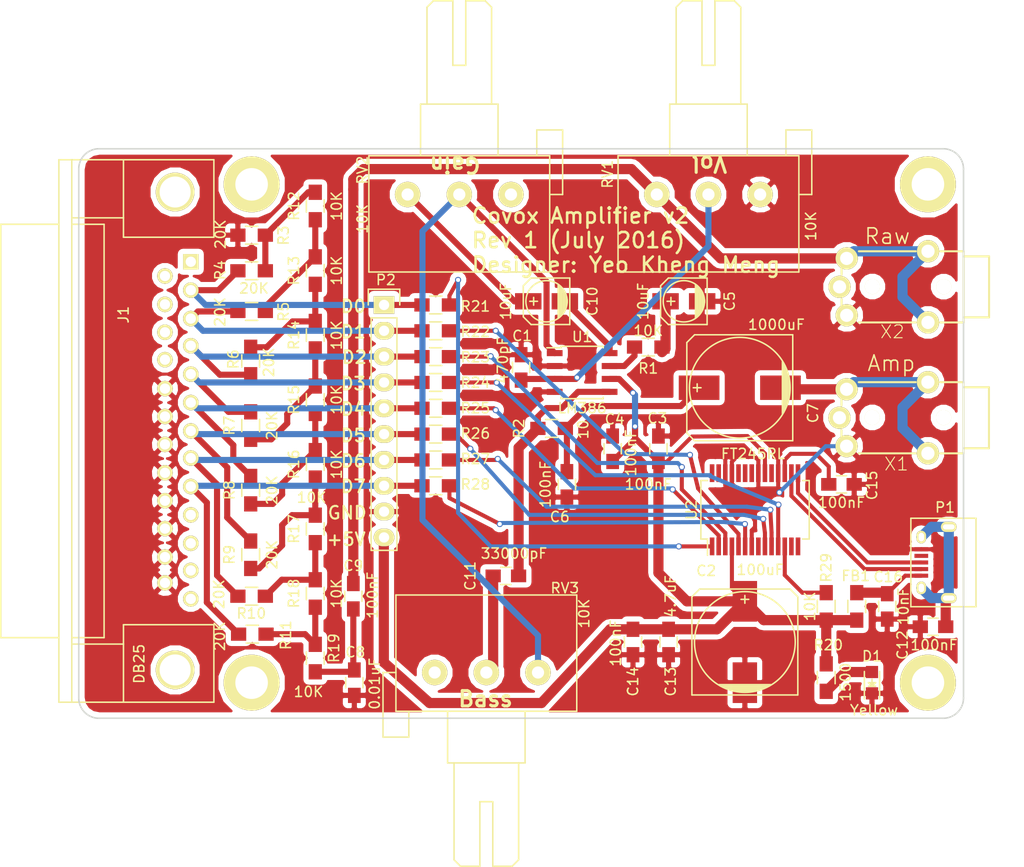
<source format=kicad_pcb>
(kicad_pcb (version 4) (host pcbnew 4.0.2-stable)
  (title_block (title "Covox with Amplifier v2") (date 2016-07-25) (rev 1) (comment 1 "Designed by Yeo Kheng Meng"))
  (layers (0 F.Cu signal) (31 B.Cu signal) (34 B.Paste user) (35 F.Paste user) (36 B.SilkS user) (37 F.SilkS user) (38 B.Mask user) (39 F.Mask user) (44 Edge.Cuts user))
  (net 0 "")
  (net 1 GND)
  (net 2 Input+)
  (net 3 +5V)
  (net 4 "Net-(C5-Pad1)")
  (net 5 "Net-(C6-Pad1)")
  (net 6 Amp-Audio)
  (net 7 "Net-(C8-Pad1)")
  (net 8 Source-Audio)
  (net 9 "Net-(C10-Pad1)")
  (net 10 Gain8)
  (net 11 Vout)
  (net 12 "Net-(C11-Pad2)")
  (net 13 Data7)
  (net 14 Data6)
  (net 15 Data5)
  (net 16 Data4)
  (net 17 Data3)
  (net 18 Data2)
  (net 19 Data1)
  (net 20 Data0)
  (net 21 "Net-(R1-Pad2)")
  (net 22 "Net-(R12-Pad2)")
  (net 23 "Net-(R12-Pad1)")
  (net 24 "Net-(R13-Pad1)")
  (net 25 "Net-(R14-Pad1)")
  (net 26 "Net-(R15-Pad1)")
  (net 27 "Net-(R16-Pad1)")
  (net 28 "Net-(R10-Pad1)")
  (net 29 "Net-(R11-Pad1)")
  (net 30 Gain1)
  (net 31 "Net-(D1-Pad2)")
  (net 32 "Net-(C12-Pad2)")
  (net 33 "Net-(C15-Pad1)")
  (net 34 "Net-(C16-Pad1)")
  (net 35 USB_D-)
  (net 36 USB_D+)
  (net 37 "Net-(R21-Pad2)")
  (net 38 "Net-(R22-Pad2)")
  (net 39 "Net-(R23-Pad2)")
  (net 40 "Net-(R24-Pad2)")
  (net 41 "Net-(R25-Pad2)")
  (net 42 "Net-(R26-Pad2)")
  (net 43 "Net-(R27-Pad2)")
  (net 44 "Net-(R28-Pad2)")
  (net 45 "Net-(R29-Pad2)")
  (module Housings_SSOP:SSOP-28_5.3x10.2mm_Pitch0.65mm (layer F.Cu) (at 169.5 121.5 90)
    (fp_text reference U2 (at 0 -6.25 90) (layer F.SilkS))
    (fp_text value FT245RL (at 5.5 -0.2 180) (layer F.SilkS))
    (pad 1 smd rect (at -3.6 -4.225 90) (size 1.75 0.45) (layers F.Cu F.Paste F.Mask) (net 37 "Net-(R21-Pad2)"))
    (pad 2 smd rect (at -3.6 -3.575 90) (size 1.75 0.45) (layers F.Cu F.Paste F.Mask) (net 41 "Net-(R25-Pad2)"))
    (pad 3 smd rect (at -3.6 -2.925 90) (size 1.75 0.45) (layers F.Cu F.Paste F.Mask) (net 39 "Net-(R23-Pad2)"))
    (pad 4 smd rect (at -3.6 -2.275 90) (size 1.75 0.45) (layers F.Cu F.Paste F.Mask) (net 3 +5V))
    (pad 5 smd rect (at -3.6 -1.625 90) (size 1.75 0.45) (layers F.Cu F.Paste F.Mask) (net 38 "Net-(R22-Pad2)"))
    (pad 6 smd rect (at -3.6 -0.975 90) (size 1.75 0.45) (layers F.Cu F.Paste F.Mask) (net 44 "Net-(R28-Pad2)"))
    (pad 7 smd rect (at -3.6 -0.325 90) (size 1.75 0.45) (layers F.Cu F.Paste F.Mask) (net 1 GND))
    (pad 8 smd rect (at -3.6 0.325 90) (size 1.75 0.45) (layers F.Cu F.Paste F.Mask))
    (pad 9 smd rect (at -3.6 0.975 90) (size 1.75 0.45) (layers F.Cu F.Paste F.Mask) (net 42 "Net-(R26-Pad2)"))
    (pad 10 smd rect (at -3.6 1.625 90) (size 1.75 0.45) (layers F.Cu F.Paste F.Mask) (net 43 "Net-(R27-Pad2)"))
    (pad 11 smd rect (at -3.6 2.275 90) (size 1.75 0.45) (layers F.Cu F.Paste F.Mask) (net 40 "Net-(R24-Pad2)"))
    (pad 12 smd rect (at -3.6 2.925 90) (size 1.75 0.45) (layers F.Cu F.Paste F.Mask) (net 45 "Net-(R29-Pad2)"))
    (pad 13 smd rect (at -3.6 3.575 90) (size 1.75 0.45) (layers F.Cu F.Paste F.Mask))
    (pad 14 smd rect (at -3.6 4.225 90) (size 1.75 0.45) (layers F.Cu F.Paste F.Mask))
    (pad 15 smd rect (at 3.6 4.225 90) (size 1.75 0.45) (layers F.Cu F.Paste F.Mask) (net 36 USB_D+))
    (pad 16 smd rect (at 3.6 3.575 90) (size 1.75 0.45) (layers F.Cu F.Paste F.Mask) (net 35 USB_D-))
    (pad 17 smd rect (at 3.6 2.925 90) (size 1.75 0.45) (layers F.Cu F.Paste F.Mask) (net 33 "Net-(C15-Pad1)"))
    (pad 18 smd rect (at 3.6 2.275 90) (size 1.75 0.45) (layers F.Cu F.Paste F.Mask) (net 1 GND))
    (pad 19 smd rect (at 3.6 1.625 90) (size 1.75 0.45) (layers F.Cu F.Paste F.Mask))
    (pad 20 smd rect (at 3.6 0.975 90) (size 1.75 0.45) (layers F.Cu F.Paste F.Mask) (net 3 +5V))
    (pad 21 smd rect (at 3.6 0.325 90) (size 1.75 0.45) (layers F.Cu F.Paste F.Mask) (net 1 GND))
    (pad 22 smd rect (at 3.6 -0.325 90) (size 1.75 0.45) (layers F.Cu F.Paste F.Mask))
    (pad 23 smd rect (at 3.6 -0.975 90) (size 1.75 0.45) (layers F.Cu F.Paste F.Mask))
    (pad 24 smd rect (at 3.6 -1.625 90) (size 1.75 0.45) (layers F.Cu F.Paste F.Mask))
    (pad 25 smd rect (at 3.6 -2.275 90) (size 1.75 0.45) (layers F.Cu F.Paste F.Mask) (net 1 GND))
    (pad 26 smd rect (at 3.6 -2.925 90) (size 1.75 0.45) (layers F.Cu F.Paste F.Mask) (net 1 GND))
    (pad 27 smd rect (at 3.6 -3.575 90) (size 1.75 0.45) (layers F.Cu F.Paste F.Mask))
    (pad 28 smd rect (at 3.6 -4.225 90) (size 1.75 0.45) (layers F.Cu F.Paste F.Mask))
  )
  (module db25:DB25MC (layer F.Cu) (at 113.75 113.75 90)
    (fp_text reference J1 (at 11.43 -6.35 90) (layer F.SilkS))
    (fp_text value DB25 (at -22.9 -4.8 90) (layer F.SilkS))
    (pad "" thru_hole circle (at 23.495 -1.27 90) (size 3.81 3.81) (drill 3.048) (layers *.Cu *.Mask F.SilkS))
    (pad "" thru_hole circle (at -23.495 -1.27 90) (size 3.81 3.81) (drill 3.048) (layers *.Cu *.Mask F.SilkS))
    (pad 13 thru_hole circle (at -16.51 0.27 90) (size 1.524 1.524) (drill 1.016) (layers *.Cu *.Mask F.SilkS))
    (pad 12 thru_hole circle (at -13.716 0.27 90) (size 1.524 1.524) (drill 1.016) (layers *.Cu *.Mask F.SilkS))
    (pad 11 thru_hole circle (at -11.049 0.27 90) (size 1.524 1.524) (drill 1.016) (layers *.Cu *.Mask F.SilkS))
    (pad 10 thru_hole circle (at -8.255 0.27 90) (size 1.524 1.524) (drill 1.016) (layers *.Cu *.Mask F.SilkS))
    (pad 9 thru_hole circle (at -5.461 0.27 90) (size 1.524 1.524) (drill 1.016) (layers *.Cu *.Mask F.SilkS) (net 13 Data7))
    (pad 8 thru_hole circle (at -2.667 0.27 90) (size 1.524 1.524) (drill 1.016) (layers *.Cu *.Mask F.SilkS) (net 14 Data6))
    (pad 7 thru_hole circle (at 0 0.27 90) (size 1.524 1.524) (drill 1.016) (layers *.Cu *.Mask F.SilkS) (net 15 Data5))
    (pad 6 thru_hole circle (at 2.794 0.27 90) (size 1.524 1.524) (drill 1.016) (layers *.Cu *.Mask F.SilkS) (net 16 Data4))
    (pad 5 thru_hole circle (at 5.588 0.27 90) (size 1.524 1.524) (drill 1.016) (layers *.Cu *.Mask F.SilkS) (net 17 Data3))
    (pad 4 thru_hole circle (at 8.382 0.27 90) (size 1.524 1.524) (drill 1.016) (layers *.Cu *.Mask F.SilkS) (net 18 Data2))
    (pad 3 thru_hole circle (at 11.049 0.27 90) (size 1.524 1.524) (drill 1.016) (layers *.Cu *.Mask F.SilkS) (net 19 Data1))
    (pad 2 thru_hole circle (at 13.843 0.27 90) (size 1.524 1.524) (drill 1.016) (layers *.Cu *.Mask F.SilkS) (net 20 Data0))
    (pad 1 thru_hole rect (at 16.637 0.27 90) (size 1.524 1.524) (drill 1.016) (layers *.Cu *.Mask F.SilkS))
    (pad 25 thru_hole circle (at -14.9352 -2.27 90) (size 1.524 1.524) (drill 1.016) (layers *.Cu *.Mask F.SilkS) (net 1 GND))
    (pad 24 thru_hole circle (at -12.3952 -2.27 90) (size 1.524 1.524) (drill 1.016) (layers *.Cu *.Mask F.SilkS) (net 1 GND))
    (pad 23 thru_hole circle (at -9.6012 -2.27 90) (size 1.524 1.524) (drill 1.016) (layers *.Cu *.Mask F.SilkS) (net 1 GND))
    (pad 22 thru_hole circle (at -6.858 -2.27 90) (size 1.524 1.524) (drill 1.016) (layers *.Cu *.Mask F.SilkS) (net 1 GND))
    (pad 21 thru_hole circle (at -4.1148 -2.27 90) (size 1.524 1.524) (drill 1.016) (layers *.Cu *.Mask F.SilkS) (net 1 GND))
    (pad 20 thru_hole circle (at -1.3208 -2.27 90) (size 1.524 1.524) (drill 1.016) (layers *.Cu *.Mask F.SilkS) (net 1 GND))
    (pad 19 thru_hole circle (at 1.4224 -2.27 90) (size 1.524 1.524) (drill 1.016) (layers *.Cu *.Mask F.SilkS) (net 1 GND))
    (pad 18 thru_hole circle (at 4.1656 -2.27 90) (size 1.524 1.524) (drill 1.016) (layers *.Cu *.Mask F.SilkS) (net 1 GND))
    (pad 17 thru_hole circle (at 7.0104 -2.27 90) (size 1.524 1.524) (drill 1.016) (layers *.Cu *.Mask F.SilkS))
    (pad 16 thru_hole circle (at 9.7028 -2.27 90) (size 1.524 1.524) (drill 1.016) (layers *.Cu *.Mask F.SilkS))
    (pad 15 thru_hole circle (at 12.446 -2.27 90) (size 1.524 1.524) (drill 1.016) (layers *.Cu *.Mask F.SilkS))
    (pad 14 thru_hole circle (at 15.24 -2.27 90) (size 1.524 1.524) (drill 1.016) (layers *.Cu *.Mask F.SilkS))
  )
  (module Capacitors_SMD:C_0805_HandSoldering (layer F.Cu) (at 146.5 107.5 270)
    (fp_text reference C1 (at -3.1 -0.1 360) (layer F.SilkS))
    (fp_text value 470pF (at -0.7 1.8 270) (layer F.SilkS))
    (pad 1 smd rect (at -1.25 0 270) (size 1.5 1.25) (layers F.Cu F.Paste F.Mask) (net 1 GND))
    (pad 2 smd rect (at 1.25 0 270) (size 1.5 1.25) (layers F.Cu F.Paste F.Mask) (net 2 Input+))
  )
  (module Capacitors_SMD:c_elec_10x10.5 (layer F.Cu) (at 168.5 134.5 90)
    (fp_text reference C2 (at 7 -3.8 180) (layer F.SilkS))
    (fp_text value 100uF (at 7.1 1.5 180) (layer F.SilkS))
    (pad 1 smd rect (at 4.0005 0 90) (size 4.0005 2.4003) (layers F.Cu F.Paste F.Mask) (net 3 +5V))
    (pad 2 smd rect (at -4.0005 0 90) (size 4.0005 2.4003) (layers F.Cu F.Paste F.Mask) (net 1 GND))
  )
  (module Capacitors_SMD:C_0805_HandSoldering (layer F.Cu) (at 160 115.5 90)
    (fp_text reference C3 (at 3 -0.1 180) (layer F.SilkS))
    (fp_text value 100nF (at -3.5 -1 360) (layer F.SilkS))
    (pad 1 smd rect (at -1.25 0 90) (size 1.5 1.25) (layers F.Cu F.Paste F.Mask) (net 3 +5V))
    (pad 2 smd rect (at 1.25 0 90) (size 1.5 1.25) (layers F.Cu F.Paste F.Mask) (net 1 GND))
  )
  (module Capacitors_SMD:C_0805_HandSoldering (layer F.Cu) (at 155.5 115.5 90)
    (fp_text reference C4 (at 2.9 0.2 180) (layer F.SilkS))
    (fp_text value 100nF (at -0.4 1.8 270) (layer F.SilkS))
    (pad 1 smd rect (at -1.25 0 90) (size 1.5 1.25) (layers F.Cu F.Paste F.Mask) (net 3 +5V))
    (pad 2 smd rect (at 1.25 0 90) (size 1.5 1.25) (layers F.Cu F.Paste F.Mask) (net 1 GND))
  )
  (module Capacitors_SMD:C_0805_HandSoldering (layer F.Cu) (at 151 119 270)
    (fp_text reference C6 (at 3.2 0.7 360) (layer F.SilkS))
    (fp_text value 100nF (at 0 2.1 270) (layer F.SilkS))
    (pad 1 smd rect (at -1.25 0 270) (size 1.5 1.25) (layers F.Cu F.Paste F.Mask) (net 5 "Net-(C6-Pad1)"))
    (pad 2 smd rect (at 1.25 0 270) (size 1.5 1.25) (layers F.Cu F.Paste F.Mask) (net 1 GND))
  )
  (module Capacitors_SMD:c_elec_10x10.5 (layer F.Cu) (at 168 109.5 180)
    (fp_text reference C7 (at -7.2 -2.5 270) (layer F.SilkS))
    (fp_text value 1000uF (at -3.6 6.2 180) (layer F.SilkS))
    (pad 1 smd rect (at 4.0005 0 180) (size 4.0005 2.4003) (layers F.Cu F.Paste F.Mask) (net 5 "Net-(C6-Pad1)"))
    (pad 2 smd rect (at -4.0005 0 180) (size 4.0005 2.4003) (layers F.Cu F.Paste F.Mask) (net 6 Amp-Audio))
  )
  (module Capacitors_SMD:C_0805_HandSoldering (layer F.Cu) (at 130.1 138.5 270)
    (fp_text reference C8 (at -3 -0.1 360) (layer F.SilkS))
    (fp_text value 0.01uF (at 0.1 -2 270) (layer F.SilkS))
    (pad 1 smd rect (at -1.25 0 270) (size 1.5 1.25) (layers F.Cu F.Paste F.Mask) (net 7 "Net-(C8-Pad1)"))
    (pad 2 smd rect (at 1.25 0 270) (size 1.5 1.25) (layers F.Cu F.Paste F.Mask) (net 1 GND))
  )
  (module Capacitors_SMD:C_0805_HandSoldering (layer F.Cu) (at 130 130 90)
    (fp_text reference C9 (at 3 0 180) (layer F.SilkS))
    (fp_text value 100nF (at 0.1 1.9 270) (layer F.SilkS))
    (pad 1 smd rect (at -1.25 0 90) (size 1.5 1.25) (layers F.Cu F.Paste F.Mask) (net 7 "Net-(C8-Pad1)"))
    (pad 2 smd rect (at 1.25 0 90) (size 1.5 1.25) (layers F.Cu F.Paste F.Mask) (net 8 Source-Audio))
  )
  (module Capacitors_SMD:C_0805_HandSoldering (layer F.Cu) (at 145 128 180)
    (fp_text reference C11 (at 3.5 0 270) (layer F.SilkS))
    (fp_text value 33000pF (at -0.8 2.2 180) (layer F.SilkS))
    (pad 1 smd rect (at -1.25 0 180) (size 1.5 1.25) (layers F.Cu F.Paste F.Mask) (net 11 Vout))
    (pad 2 smd rect (at 1.25 0 180) (size 1.5 1.25) (layers F.Cu F.Paste F.Mask) (net 12 "Net-(C11-Pad2)"))
  )
  (module Connect:USB_Micro-B (layer F.Cu) (at 187.41 126.68 90)
    (fp_text reference P1 (at 5.41 0.77 360) (layer F.SilkS))
    (fp_text value USB hide)
    (pad 1 smd rect (at -1.3009 -1.56254 180) (size 1.35 0.4) (layers F.Cu F.Paste F.Mask) (net 34 "Net-(C16-Pad1)"))
    (pad 2 smd rect (at -0.6509 -1.56254 180) (size 1.35 0.4) (layers F.Cu F.Paste F.Mask) (net 35 USB_D-))
    (pad 3 smd rect (at -0.0009 -1.56254 180) (size 1.35 0.4) (layers F.Cu F.Paste F.Mask) (net 36 USB_D+))
    (pad 4 smd rect (at 0.6491 -1.56254 180) (size 1.35 0.4) (layers F.Cu F.Paste F.Mask))
    (pad 5 smd rect (at 1.2991 -1.56254 180) (size 1.35 0.4) (layers F.Cu F.Paste F.Mask) (net 1 GND))
    (pad 6 thru_hole oval (at -2.5009 -1.56254 180) (size 0.95 1.25) (drill oval 0.55 0.85) (layers *.Cu *.Mask F.SilkS) (net 32 "Net-(C12-Pad2)"))
    (pad 6 thru_hole oval (at 2.4991 -1.56254 180) (size 0.95 1.25) (drill oval 0.55 0.85) (layers *.Cu *.Mask F.SilkS) (net 32 "Net-(C12-Pad2)"))
    (pad 6 thru_hole oval (at -3.5009 1.13746 180) (size 1.55 1) (drill oval 1.15 0.5) (layers *.Cu *.Mask F.SilkS) (net 32 "Net-(C12-Pad2)"))
    (pad 6 thru_hole oval (at 3.4991 1.13746 180) (size 1.55 1) (drill oval 1.15 0.5) (layers *.Cu *.Mask F.SilkS) (net 32 "Net-(C12-Pad2)"))
  )
  (module Resistors_SMD:R_0805_HandSoldering (layer F.Cu) (at 159 105.5 180)
    (fp_text reference R1 (at 0 -2.1 180) (layer F.SilkS))
    (fp_text value 10K (at 0 1.6 180) (layer F.SilkS))
    (pad 1 smd rect (at -1.35 0 180) (size 1.5 1.3) (layers F.Cu F.Paste F.Mask) (net 4 "Net-(C5-Pad1)"))
    (pad 2 smd rect (at 1.35 0 180) (size 1.5 1.3) (layers F.Cu F.Paste F.Mask) (net 21 "Net-(R1-Pad2)"))
  )
  (module Resistors_SMD:R_0805_HandSoldering (layer F.Cu) (at 149.5 113.5 180)
    (fp_text reference R2 (at 3.2 0 270) (layer F.SilkS))
    (fp_text value 10 (at -3.1 -0.1 450) (layer F.SilkS))
    (pad 1 smd rect (at -1.35 0 180) (size 1.5 1.3) (layers F.Cu F.Paste F.Mask) (net 5 "Net-(C6-Pad1)"))
    (pad 2 smd rect (at 1.35 0 180) (size 1.5 1.3) (layers F.Cu F.Paste F.Mask) (net 11 Vout))
  )
  (module Resistors_SMD:R_0805_HandSoldering (layer F.Cu) (at 120 94.5 180)
    (fp_text reference R3 (at -3.14 -0.03 270) (layer F.SilkS))
    (fp_text value 20K (at 3.06 0.09 270) (layer F.SilkS))
    (pad 1 smd rect (at -1.35 0 180) (size 1.5 1.3) (layers F.Cu F.Paste F.Mask) (net 22 "Net-(R12-Pad2)"))
    (pad 2 smd rect (at 1.35 0 180) (size 1.5 1.3) (layers F.Cu F.Paste F.Mask) (net 1 GND))
  )
  (module Resistors_SMD:R_0805_HandSoldering (layer F.Cu) (at 120 98 180)
    (fp_text reference R4 (at 3.08 0.06 450) (layer F.SilkS))
    (fp_text value 20K (at -0.23 -1.73 360) (layer F.SilkS))
    (pad 1 smd rect (at -1.35 0 180) (size 1.5 1.3) (layers F.Cu F.Paste F.Mask) (net 22 "Net-(R12-Pad2)"))
    (pad 2 smd rect (at 1.35 0 180) (size 1.5 1.3) (layers F.Cu F.Paste F.Mask) (net 20 Data0))
  )
  (module Resistors_SMD:R_0805_HandSoldering (layer F.Cu) (at 120 102 180)
    (fp_text reference R5 (at -3.14 -0.03 270) (layer F.SilkS))
    (fp_text value 20K (at 3.1 -0.05 270) (layer F.SilkS))
    (pad 1 smd rect (at -1.35 0 180) (size 1.5 1.3) (layers F.Cu F.Paste F.Mask) (net 23 "Net-(R12-Pad1)"))
    (pad 2 smd rect (at 1.35 0 180) (size 1.5 1.3) (layers F.Cu F.Paste F.Mask) (net 19 Data1))
  )
  (module Resistors_SMD:R_0805_HandSoldering (layer F.Cu) (at 119.91 106.87 270)
    (fp_text reference R6 (at -0.17 1.71 270) (layer F.SilkS))
    (fp_text value 20K (at 0.13 -1.79 270) (layer F.SilkS))
    (pad 1 smd rect (at -1.35 0 270) (size 1.5 1.3) (layers F.Cu F.Paste F.Mask) (net 24 "Net-(R13-Pad1)"))
    (pad 2 smd rect (at 1.35 0 270) (size 1.5 1.3) (layers F.Cu F.Paste F.Mask) (net 18 Data2))
  )
  (module Resistors_SMD:R_0805_HandSoldering (layer F.Cu) (at 119.91 113.22 90)
    (fp_text reference R7 (at 0 -2.1 90) (layer F.SilkS))
    (fp_text value 20K (at 0 2.1 90) (layer F.SilkS))
    (pad 1 smd rect (at -1.35 0 90) (size 1.5 1.3) (layers F.Cu F.Paste F.Mask) (net 25 "Net-(R14-Pad1)"))
    (pad 2 smd rect (at 1.35 0 90) (size 1.5 1.3) (layers F.Cu F.Paste F.Mask) (net 17 Data3))
  )
  (module Resistors_SMD:R_0805_HandSoldering (layer F.Cu) (at 119.91 119.57 90)
    (fp_text reference R8 (at 0 -2.1 90) (layer F.SilkS))
    (fp_text value 20K (at 0 2.1 90) (layer F.SilkS))
    (pad 1 smd rect (at -1.35 0 90) (size 1.5 1.3) (layers F.Cu F.Paste F.Mask) (net 26 "Net-(R15-Pad1)"))
    (pad 2 smd rect (at 1.35 0 90) (size 1.5 1.3) (layers F.Cu F.Paste F.Mask) (net 16 Data4))
  )
  (module Resistors_SMD:R_0805_HandSoldering (layer F.Cu) (at 119.91 125.92 90)
    (fp_text reference R9 (at 0 -2.1 90) (layer F.SilkS))
    (fp_text value 20K (at 0 2.1 90) (layer F.SilkS))
    (pad 1 smd rect (at -1.35 0 90) (size 1.5 1.3) (layers F.Cu F.Paste F.Mask) (net 27 "Net-(R16-Pad1)"))
    (pad 2 smd rect (at 1.35 0 90) (size 1.5 1.3) (layers F.Cu F.Paste F.Mask) (net 15 Data5))
  )
  (module Resistors_SMD:R_0805_HandSoldering (layer F.Cu) (at 120 130 180)
    (fp_text reference R10 (at 0.03 -1.69 180) (layer F.SilkS))
    (fp_text value 20K (at 3.2 0.2 270) (layer F.SilkS))
    (pad 1 smd rect (at -1.35 0 180) (size 1.5 1.3) (layers F.Cu F.Paste F.Mask) (net 28 "Net-(R10-Pad1)"))
    (pad 2 smd rect (at 1.35 0 180) (size 1.5 1.3) (layers F.Cu F.Paste F.Mask) (net 14 Data6))
  )
  (module Resistors_SMD:R_0805_HandSoldering (layer F.Cu) (at 120.07 133.73 180)
    (fp_text reference R11 (at -3.3 -0.1 270) (layer F.SilkS))
    (fp_text value 20K (at 3.2 -0.2 270) (layer F.SilkS))
    (pad 1 smd rect (at -1.35 0 180) (size 1.5 1.3) (layers F.Cu F.Paste F.Mask) (net 29 "Net-(R11-Pad1)"))
    (pad 2 smd rect (at 1.35 0 180) (size 1.5 1.3) (layers F.Cu F.Paste F.Mask) (net 13 Data7))
  )
  (module Resistors_SMD:R_0805_HandSoldering (layer F.Cu) (at 126.26 91.63 90)
    (fp_text reference R12 (at 0 -2.1 90) (layer F.SilkS))
    (fp_text value 10K (at 0 2.1 90) (layer F.SilkS))
    (pad 1 smd rect (at -1.35 0 90) (size 1.5 1.3) (layers F.Cu F.Paste F.Mask) (net 23 "Net-(R12-Pad1)"))
    (pad 2 smd rect (at 1.35 0 90) (size 1.5 1.3) (layers F.Cu F.Paste F.Mask) (net 22 "Net-(R12-Pad2)"))
  )
  (module Resistors_SMD:R_0805_HandSoldering (layer F.Cu) (at 126.26 97.98 90)
    (fp_text reference R13 (at 0 -2.1 90) (layer F.SilkS))
    (fp_text value 10K (at 0 2.1 90) (layer F.SilkS))
    (pad 1 smd rect (at -1.35 0 90) (size 1.5 1.3) (layers F.Cu F.Paste F.Mask) (net 24 "Net-(R13-Pad1)"))
    (pad 2 smd rect (at 1.35 0 90) (size 1.5 1.3) (layers F.Cu F.Paste F.Mask) (net 23 "Net-(R12-Pad1)"))
  )
  (module Resistors_SMD:R_0805_HandSoldering (layer F.Cu) (at 126.26 104.33 90)
    (fp_text reference R14 (at 0 -2.1 90) (layer F.SilkS))
    (fp_text value 10K (at 0 2.1 90) (layer F.SilkS))
    (pad 1 smd rect (at -1.35 0 90) (size 1.5 1.3) (layers F.Cu F.Paste F.Mask) (net 25 "Net-(R14-Pad1)"))
    (pad 2 smd rect (at 1.35 0 90) (size 1.5 1.3) (layers F.Cu F.Paste F.Mask) (net 24 "Net-(R13-Pad1)"))
  )
  (module Resistors_SMD:R_0805_HandSoldering (layer F.Cu) (at 126.26 110.68 90)
    (fp_text reference R15 (at 0 -2.1 90) (layer F.SilkS))
    (fp_text value 10K (at 0 2.1 90) (layer F.SilkS))
    (pad 1 smd rect (at -1.35 0 90) (size 1.5 1.3) (layers F.Cu F.Paste F.Mask) (net 26 "Net-(R15-Pad1)"))
    (pad 2 smd rect (at 1.35 0 90) (size 1.5 1.3) (layers F.Cu F.Paste F.Mask) (net 25 "Net-(R14-Pad1)"))
  )
  (module Resistors_SMD:R_0805_HandSoldering (layer F.Cu) (at 126.26 117.03 90)
    (fp_text reference R16 (at 0 -2.1 90) (layer F.SilkS))
    (fp_text value 10K (at 0 2.1 90) (layer F.SilkS))
    (pad 1 smd rect (at -1.35 0 90) (size 1.5 1.3) (layers F.Cu F.Paste F.Mask) (net 27 "Net-(R16-Pad1)"))
    (pad 2 smd rect (at 1.35 0 90) (size 1.5 1.3) (layers F.Cu F.Paste F.Mask) (net 26 "Net-(R15-Pad1)"))
  )
  (module Resistors_SMD:R_0805_HandSoldering (layer F.Cu) (at 126.26 123.38 90)
    (fp_text reference R17 (at 0 -2.1 90) (layer F.SilkS))
    (fp_text value 10K (at 3.08 -0.36 180) (layer F.SilkS))
    (pad 1 smd rect (at -1.35 0 90) (size 1.5 1.3) (layers F.Cu F.Paste F.Mask) (net 28 "Net-(R10-Pad1)"))
    (pad 2 smd rect (at 1.35 0 90) (size 1.5 1.3) (layers F.Cu F.Paste F.Mask) (net 27 "Net-(R16-Pad1)"))
  )
  (module Resistors_SMD:R_0805_HandSoldering (layer F.Cu) (at 126.26 129.73 90)
    (fp_text reference R18 (at 0 -2.1 90) (layer F.SilkS))
    (fp_text value 10K (at 0 2.1 90) (layer F.SilkS))
    (pad 1 smd rect (at -1.35 0 90) (size 1.5 1.3) (layers F.Cu F.Paste F.Mask) (net 29 "Net-(R11-Pad1)"))
    (pad 2 smd rect (at 1.35 0 90) (size 1.5 1.3) (layers F.Cu F.Paste F.Mask) (net 28 "Net-(R10-Pad1)"))
  )
  (module Resistors_SMD:R_0805_HandSoldering (layer F.Cu) (at 126.26 136.08 90)
    (fp_text reference R19 (at 0.98 1.84 90) (layer F.SilkS))
    (fp_text value 10K (at -3.32 -0.66 180) (layer F.SilkS))
    (pad 1 smd rect (at -1.35 0 90) (size 1.5 1.3) (layers F.Cu F.Paste F.Mask) (net 7 "Net-(C8-Pad1)"))
    (pad 2 smd rect (at 1.35 0 90) (size 1.5 1.3) (layers F.Cu F.Paste F.Mask) (net 29 "Net-(R11-Pad1)"))
  )
  (module Potentiometers:Potentiometer_Alps-RK163-single_15mm (layer F.Cu) (at 170 90.5 90)
    (fp_text reference RV1 (at 2 -15 270) (layer F.SilkS))
    (fp_text value 10K (at -3.1 5 90) (layer F.SilkS))
    (pad 2 thru_hole circle (at 0 -5.08 90) (size 2.49936 2.49936) (drill 1.19888) (layers *.Cu *.Mask F.SilkS) (net 2 Input+))
    (pad 3 thru_hole circle (at 0 -10.16 90) (size 2.49936 2.49936) (drill 1.19888) (layers *.Cu *.Mask F.SilkS) (net 8 Source-Audio))
    (pad 1 thru_hole circle (at 0 0 90) (size 2.49936 2.49936) (drill 1.19888) (layers *.Cu *.Mask F.SilkS) (net 1 GND))
  )
  (module Potentiometers:Potentiometer_Alps-RK163-single_15mm (layer F.Cu) (at 145.5 90.5 90)
    (fp_text reference RV2 (at 2.4 -14.6 90) (layer F.SilkS))
    (fp_text value 10K (at -2.4 -14.6 270) (layer F.SilkS))
    (pad 2 thru_hole circle (at 0 -5.08 90) (size 2.49936 2.49936) (drill 1.19888) (layers *.Cu *.Mask F.SilkS) (net 30 Gain1))
    (pad 3 thru_hole circle (at 0 -10.16 90) (size 2.49936 2.49936) (drill 1.19888) (layers *.Cu *.Mask F.SilkS) (net 9 "Net-(C10-Pad1)"))
    (pad 1 thru_hole circle (at 0 0 90) (size 2.49936 2.49936) (drill 1.19888) (layers *.Cu *.Mask F.SilkS))
  )
  (module Potentiometers:Potentiometer_Alps-RK163-single_15mm (layer F.Cu) (at 138 137.5 270)
    (fp_text reference RV3 (at -8.3 -12.8 540) (layer F.SilkS))
    (fp_text value 10K (at -5.8 -14.7 270) (layer F.SilkS))
    (pad 2 thru_hole circle (at 0 -5.08 270) (size 2.49936 2.49936) (drill 1.19888) (layers *.Cu *.Mask F.SilkS) (net 12 "Net-(C11-Pad2)"))
    (pad 3 thru_hole circle (at 0 -10.16 270) (size 2.49936 2.49936) (drill 1.19888) (layers *.Cu *.Mask F.SilkS) (net 30 Gain1))
    (pad 1 thru_hole circle (at 0 0 270) (size 2.49936 2.49936) (drill 1.19888) (layers *.Cu *.Mask F.SilkS))
  )
  (module Housings_SOIC:SOIC-8_3.9x4.9mm_Pitch1.27mm (layer F.Cu) (at 152.5 108)
    (fp_text reference U1 (at 0 -3.5) (layer F.SilkS))
    (fp_text value LM386 (at 0 3.5) (layer F.SilkS))
    (pad 1 smd rect (at -2.7 -1.905) (size 1.55 0.6) (layers F.Cu F.Paste F.Mask) (net 30 Gain1))
    (pad 2 smd rect (at -2.7 -0.635) (size 1.55 0.6) (layers F.Cu F.Paste F.Mask) (net 1 GND))
    (pad 3 smd rect (at -2.7 0.635) (size 1.55 0.6) (layers F.Cu F.Paste F.Mask) (net 2 Input+))
    (pad 4 smd rect (at -2.7 1.905) (size 1.55 0.6) (layers F.Cu F.Paste F.Mask) (net 1 GND))
    (pad 5 smd rect (at 2.7 1.905) (size 1.55 0.6) (layers F.Cu F.Paste F.Mask) (net 11 Vout))
    (pad 6 smd rect (at 2.7 0.635) (size 1.55 0.6) (layers F.Cu F.Paste F.Mask) (net 3 +5V))
    (pad 7 smd rect (at 2.7 -0.635) (size 1.55 0.6) (layers F.Cu F.Paste F.Mask) (net 21 "Net-(R1-Pad2)"))
    (pad 8 smd rect (at 2.7 -1.905) (size 1.55 0.6) (layers F.Cu F.Paste F.Mask) (net 10 Gain8))
  )
  (module LEDs:LED_0805 (layer F.Cu) (at 181 138.5 90)
    (fp_text reference D1 (at 2.6 0 180) (layer F.SilkS))
    (fp_text value Yellow (at -2.7 0.2 180) (layer F.SilkS))
    (pad 2 smd rect (at 1.04902 0 270) (size 1.19888 1.19888) (layers F.Cu F.Paste F.Mask) (net 31 "Net-(D1-Pad2)"))
    (pad 1 smd rect (at -1.04902 0 270) (size 1.19888 1.19888) (layers F.Cu F.Paste F.Mask) (net 1 GND))
  )
  (module Resistors_SMD:R_0805_HandSoldering (layer F.Cu) (at 176.5 138 270)
    (fp_text reference R20 (at -3.2 -0.2 360) (layer F.SilkS))
    (fp_text value 1500 (at 0.45 -1.9 450) (layer F.SilkS))
    (pad 1 smd rect (at -1.35 0 270) (size 1.5 1.3) (layers F.Cu F.Paste F.Mask) (net 3 +5V))
    (pad 2 smd rect (at 1.35 0 270) (size 1.5 1.3) (layers F.Cu F.Paste F.Mask) (net 31 "Net-(D1-Pad2)"))
  )
  (module Capacitors_SMD:C_0805_HandSoldering (layer F.Cu) (at 187 133)
    (fp_text reference C12 (at -3 1.8 90) (layer F.SilkS))
    (fp_text value 100nF (at 0.1 1.8) (layer F.SilkS))
    (pad 1 smd rect (at -1.25 0) (size 1.5 1.25) (layers F.Cu F.Paste F.Mask) (net 1 GND))
    (pad 2 smd rect (at 1.25 0) (size 1.5 1.25) (layers F.Cu F.Paste F.Mask) (net 32 "Net-(C12-Pad2)"))
  )
  (module mj2135:mj-2135-MJ-2135 (layer F.Cu) (at 183.95 112.36 270)
    (fp_text reference X1 (at 4.64 0.55 540) (layer F.SilkS) (effects (font (size 1.27 1.27) (thickness 0.1016))))
    (fp_text value Amp (at -5.26 1.05 360) (layer F.SilkS))
    (pad P$1 thru_hole circle (at 0.0889 6.14934 270) (size 2.18186 2.18186) (drill 1.29794) (layers *.Cu F.Paste F.SilkS F.Mask))
    (pad P$2 thru_hole circle (at 2.88798 5.4483 270) (size 2.18186 2.18186) (drill 1.29794) (layers *.Cu F.Paste F.SilkS F.Mask) (net 1 GND))
    (pad P$3 thru_hole circle (at -2.70764 5.4483 270) (size 2.18186 2.18186) (drill 1.29794) (layers *.Cu F.Paste F.SilkS F.Mask) (net 6 Amp-Audio))
    (pad P$4 thru_hole circle (at -3.40868 -2.54762 270) (size 2.18186 2.18186) (drill 1.29794) (layers *.Cu F.Paste F.SilkS F.Mask) (net 6 Amp-Audio))
    (pad P$5 thru_hole circle (at 3.58902 -2.54762 270) (size 2.18186 2.18186) (drill 1.29794) (layers *.Cu F.Paste F.SilkS F.Mask) (net 6 Amp-Audio))
    (pad "" np_thru_hole circle (at 0.07 -4.09 270) (size 1.5 1.5) (drill 1.5) (layers *.Cu *.Mask F.SilkS))
    (pad "" np_thru_hole circle (at 0.06 2.92 270) (size 1.5 1.5) (drill 1.5) (layers *.Cu *.Mask F.SilkS))
  )
  (module mj2135:mj-2135-MJ-2135 (layer F.Cu) (at 183.96 99.49 270)
    (fp_text reference X2 (at 4.51 0.96 540) (layer F.SilkS) (effects (font (size 1.27 1.27) (thickness 0.1016))))
    (fp_text value Raw (at -4.89 1.46 360) (layer F.SilkS))
    (pad P$1 thru_hole circle (at 0.0889 6.14934 270) (size 2.18186 2.18186) (drill 1.29794) (layers *.Cu F.Paste F.SilkS F.Mask))
    (pad P$2 thru_hole circle (at 2.88798 5.4483 270) (size 2.18186 2.18186) (drill 1.29794) (layers *.Cu F.Paste F.SilkS F.Mask) (net 1 GND))
    (pad P$3 thru_hole circle (at -2.70764 5.4483 270) (size 2.18186 2.18186) (drill 1.29794) (layers *.Cu F.Paste F.SilkS F.Mask) (net 8 Source-Audio))
    (pad P$4 thru_hole circle (at -3.40868 -2.54762 270) (size 2.18186 2.18186) (drill 1.29794) (layers *.Cu F.Paste F.SilkS F.Mask) (net 8 Source-Audio))
    (pad P$5 thru_hole circle (at 3.58902 -2.54762 270) (size 2.18186 2.18186) (drill 1.29794) (layers *.Cu F.Paste F.SilkS F.Mask) (net 8 Source-Audio))
    (pad "" np_thru_hole circle (at 0.07 -4.09 270) (size 1.5 1.5) (drill 1.5) (layers *.Cu *.Mask F.SilkS))
    (pad "" np_thru_hole circle (at 0.06 2.92 270) (size 1.5 1.5) (drill 1.5) (layers *.Cu *.Mask F.SilkS))
  )
  (module Mounting_Holes:MountingHole_3.2mm_M3_ISO14580_Pad (layer F.Cu) (at 186.5 89.5)
    (fp_text reference MH1 hide)
    (fp_text value MOUNTHOLE hide)
    (pad 1 thru_hole circle (at 0 0) (size 5.5 5.5) (drill 3.2) (layers *.Cu *.Mask F.SilkS))
  )
  (module Mounting_Holes:MountingHole_3.2mm_M3_ISO14580_Pad (layer F.Cu) (at 186.5 138.5)
    (fp_text reference MH2 hide)
    (fp_text value MOUNTHOLE hide)
    (pad 1 thru_hole circle (at 0 0) (size 5.5 5.5) (drill 3.2) (layers *.Cu *.Mask F.SilkS))
  )
  (module Mounting_Holes:MountingHole_3.2mm_M3_ISO14580_Pad (layer F.Cu) (at 120 138.5)
    (fp_text reference MH3 hide)
    (fp_text value MOUNTHOLE hide)
    (pad 1 thru_hole circle (at 0 0) (size 5.5 5.5) (drill 3.2) (layers *.Cu *.Mask F.SilkS))
  )
  (module Mounting_Holes:MountingHole_3.2mm_M3_ISO14580_Pad (layer F.Cu) (at 120 89.5)
    (fp_text reference MH4 hide)
    (fp_text value MOUNTHOLE hide)
    (pad 1 thru_hole circle (at 0 0) (size 5.5 5.5) (drill 3.2) (layers *.Cu *.Mask F.SilkS))
  )
  (module Capacitors_SMD:c_elec_4x5.3 (layer F.Cu) (at 162.5 101 180)
    (fp_text reference C5 (at -4.5 0 270) (layer F.SilkS))
    (fp_text value 10uF (at 4 0 270) (layer F.SilkS))
    (pad 1 smd rect (at 1.80086 0 180) (size 2.60096 1.6002) (layers F.Cu F.Paste F.Mask) (net 4 "Net-(C5-Pad1)"))
    (pad 2 smd rect (at -1.80086 0 180) (size 2.60096 1.6002) (layers F.Cu F.Paste F.Mask) (net 1 GND))
  )
  (module Capacitors_SMD:c_elec_4x5.3 (layer F.Cu) (at 149 101 180)
    (fp_text reference C10 (at -4.5 0 270) (layer F.SilkS))
    (fp_text value 10uF (at 4 0 270) (layer F.SilkS))
    (pad 1 smd rect (at 1.80086 0 180) (size 2.60096 1.6002) (layers F.Cu F.Paste F.Mask) (net 9 "Net-(C10-Pad1)"))
    (pad 2 smd rect (at -1.80086 0 180) (size 2.60096 1.6002) (layers F.Cu F.Paste F.Mask) (net 10 Gain8))
  )
  (module Capacitors_SMD:C_0805_HandSoldering (layer F.Cu) (at 161 134.5 270)
    (fp_text reference C13 (at 3.9 -0.2 270) (layer F.SilkS))
    (fp_text value 4.7uF (at -4.5 -0.2 270) (layer F.SilkS))
    (pad 1 smd rect (at -1.25 0 270) (size 1.5 1.25) (layers F.Cu F.Paste F.Mask) (net 3 +5V))
    (pad 2 smd rect (at 1.25 0 270) (size 1.5 1.25) (layers F.Cu F.Paste F.Mask) (net 1 GND))
  )
  (module Capacitors_SMD:C_0805_HandSoldering (layer F.Cu) (at 157.5 134.5 270)
    (fp_text reference C14 (at 3.9 0 270) (layer F.SilkS))
    (fp_text value 100nF (at 0.1 1.7 270) (layer F.SilkS))
    (pad 1 smd rect (at -1.25 0 270) (size 1.5 1.25) (layers F.Cu F.Paste F.Mask) (net 3 +5V))
    (pad 2 smd rect (at 1.25 0 270) (size 1.5 1.25) (layers F.Cu F.Paste F.Mask) (net 1 GND))
  )
  (module Capacitors_SMD:C_0805_HandSoldering (layer F.Cu) (at 178 119)
    (fp_text reference C15 (at 3 0.1 90) (layer F.SilkS))
    (fp_text value 100nF (at 0 1.8) (layer F.SilkS))
    (pad 1 smd rect (at -1.25 0) (size 1.5 1.25) (layers F.Cu F.Paste F.Mask) (net 33 "Net-(C15-Pad1)"))
    (pad 2 smd rect (at 1.25 0) (size 1.5 1.25) (layers F.Cu F.Paste F.Mask) (net 1 GND))
  )
  (module Capacitors_SMD:C_0805_HandSoldering (layer F.Cu) (at 182.5 131 270)
    (fp_text reference C16 (at -2.9 -0.1 360) (layer F.SilkS))
    (fp_text value 10nF (at 0 -1.6 270) (layer F.SilkS))
    (pad 1 smd rect (at -1.25 0 270) (size 1.5 1.25) (layers F.Cu F.Paste F.Mask) (net 34 "Net-(C16-Pad1)"))
    (pad 2 smd rect (at 1.25 0 270) (size 1.5 1.25) (layers F.Cu F.Paste F.Mask) (net 1 GND))
  )
  (module Resistors_SMD:R_0805_HandSoldering (layer F.Cu) (at 179.5 131 270)
    (fp_text reference FB1 (at -3 0.1 360) (layer F.SilkS))
    (fp_text value FERRITE)
    (pad 1 smd rect (at -1.35 0 270) (size 1.5 1.3) (layers F.Cu F.Paste F.Mask) (net 34 "Net-(C16-Pad1)"))
    (pad 2 smd rect (at 1.35 0 270) (size 1.5 1.3) (layers F.Cu F.Paste F.Mask) (net 3 +5V))
  )
  (module Resistors_SMD:R_0805_HandSoldering (layer F.Cu) (at 138.1 101.36)
    (fp_text reference R21 (at 3.9 0.14) (layer F.SilkS))
    (fp_text value 100)
    (pad 1 smd rect (at -1.35 0) (size 1.5 1.3) (layers F.Cu F.Paste F.Mask) (net 20 Data0))
    (pad 2 smd rect (at 1.35 0) (size 1.5 1.3) (layers F.Cu F.Paste F.Mask) (net 37 "Net-(R21-Pad2)"))
  )
  (module Resistors_SMD:R_0805_HandSoldering (layer F.Cu) (at 138.1 103.9)
    (fp_text reference R22 (at 3.9 0.1 180) (layer F.SilkS))
    (fp_text value 100)
    (pad 1 smd rect (at -1.35 0) (size 1.5 1.3) (layers F.Cu F.Paste F.Mask) (net 19 Data1))
    (pad 2 smd rect (at 1.35 0) (size 1.5 1.3) (layers F.Cu F.Paste F.Mask) (net 38 "Net-(R22-Pad2)"))
  )
  (module Resistors_SMD:R_0805_HandSoldering (layer F.Cu) (at 138.1 106.44)
    (fp_text reference R23 (at 3.9 0.06) (layer F.SilkS))
    (fp_text value 100)
    (pad 1 smd rect (at -1.35 0) (size 1.5 1.3) (layers F.Cu F.Paste F.Mask) (net 18 Data2))
    (pad 2 smd rect (at 1.35 0) (size 1.5 1.3) (layers F.Cu F.Paste F.Mask) (net 39 "Net-(R23-Pad2)"))
  )
  (module Resistors_SMD:R_0805_HandSoldering (layer F.Cu) (at 138.1 108.98)
    (fp_text reference R24 (at 3.9 0.02) (layer F.SilkS))
    (fp_text value 100)
    (pad 1 smd rect (at -1.35 0) (size 1.5 1.3) (layers F.Cu F.Paste F.Mask) (net 17 Data3))
    (pad 2 smd rect (at 1.35 0) (size 1.5 1.3) (layers F.Cu F.Paste F.Mask) (net 40 "Net-(R24-Pad2)"))
  )
  (module Resistors_SMD:R_0805_HandSoldering (layer F.Cu) (at 138.1 111.52)
    (fp_text reference R25 (at 3.9 -0.02) (layer F.SilkS))
    (fp_text value 100)
    (pad 1 smd rect (at -1.35 0) (size 1.5 1.3) (layers F.Cu F.Paste F.Mask) (net 16 Data4))
    (pad 2 smd rect (at 1.35 0) (size 1.5 1.3) (layers F.Cu F.Paste F.Mask) (net 41 "Net-(R25-Pad2)"))
  )
  (module Resistors_SMD:R_0805_HandSoldering (layer F.Cu) (at 138.1 114.06)
    (fp_text reference R26 (at 3.9 -0.06) (layer F.SilkS))
    (fp_text value 100)
    (pad 1 smd rect (at -1.35 0) (size 1.5 1.3) (layers F.Cu F.Paste F.Mask) (net 15 Data5))
    (pad 2 smd rect (at 1.35 0) (size 1.5 1.3) (layers F.Cu F.Paste F.Mask) (net 42 "Net-(R26-Pad2)"))
  )
  (module Resistors_SMD:R_0805_HandSoldering (layer F.Cu) (at 138.1 116.6)
    (fp_text reference R27 (at 3.9 -0.1) (layer F.SilkS))
    (fp_text value 100)
    (pad 1 smd rect (at -1.35 0) (size 1.5 1.3) (layers F.Cu F.Paste F.Mask) (net 14 Data6))
    (pad 2 smd rect (at 1.35 0) (size 1.5 1.3) (layers F.Cu F.Paste F.Mask) (net 43 "Net-(R27-Pad2)"))
  )
  (module Resistors_SMD:R_0805_HandSoldering (layer F.Cu) (at 138.1 119.14)
    (fp_text reference R28 (at 3.9 -0.14) (layer F.SilkS))
    (fp_text value 100)
    (pad 1 smd rect (at -1.35 0) (size 1.5 1.3) (layers F.Cu F.Paste F.Mask) (net 13 Data7))
    (pad 2 smd rect (at 1.35 0) (size 1.5 1.3) (layers F.Cu F.Paste F.Mask) (net 44 "Net-(R28-Pad2)"))
  )
  (module Resistors_SMD:R_0805_HandSoldering (layer F.Cu) (at 176.5 131 90)
    (fp_text reference R29 (at 3.8 0 90) (layer F.SilkS))
    (fp_text value 10K (at 0 -1.6 90) (layer F.SilkS))
    (pad 1 smd rect (at -1.35 0 90) (size 1.5 1.3) (layers F.Cu F.Paste F.Mask) (net 3 +5V))
    (pad 2 smd rect (at 1.35 0 90) (size 1.5 1.3) (layers F.Cu F.Paste F.Mask) (net 45 "Net-(R29-Pad2)"))
  )
  (module Pin_Headers:Pin_Header_Straight_1x10 (layer F.Cu) (at 133.02 101.36)
    (fp_text reference P2 (at 0.18 -2.46) (layer F.SilkS))
    (fp_text value CONN_01X10)
    (pad 1 thru_hole rect (at 0 0) (size 2.032 1.7272) (drill 1.016) (layers *.Cu *.Mask F.SilkS) (net 20 Data0))
    (pad 2 thru_hole oval (at 0 2.54) (size 2.032 1.7272) (drill 1.016) (layers *.Cu *.Mask F.SilkS) (net 19 Data1))
    (pad 3 thru_hole oval (at 0 5.08) (size 2.032 1.7272) (drill 1.016) (layers *.Cu *.Mask F.SilkS) (net 18 Data2))
    (pad 4 thru_hole oval (at 0 7.62) (size 2.032 1.7272) (drill 1.016) (layers *.Cu *.Mask F.SilkS) (net 17 Data3))
    (pad 5 thru_hole oval (at 0 10.16) (size 2.032 1.7272) (drill 1.016) (layers *.Cu *.Mask F.SilkS) (net 16 Data4))
    (pad 6 thru_hole oval (at 0 12.7) (size 2.032 1.7272) (drill 1.016) (layers *.Cu *.Mask F.SilkS) (net 15 Data5))
    (pad 7 thru_hole oval (at 0 15.24) (size 2.032 1.7272) (drill 1.016) (layers *.Cu *.Mask F.SilkS) (net 14 Data6))
    (pad 8 thru_hole oval (at 0 17.78) (size 2.032 1.7272) (drill 1.016) (layers *.Cu *.Mask F.SilkS) (net 13 Data7))
    (pad 9 thru_hole oval (at 0 20.32) (size 2.032 1.7272) (drill 1.016) (layers *.Cu *.Mask F.SilkS) (net 1 GND))
    (pad 10 thru_hole oval (at 0 22.86) (size 2.032 1.7272) (drill 1.016) (layers *.Cu *.Mask F.SilkS) (net 3 +5V))
  )
  (gr_text +5V (at 129.3 124.4) (layer F.SilkS) (effects (font (size 1.25 1.25) (thickness 0.2))))
  (gr_text GND (at 129.4 121.8) (layer F.SilkS) (effects (font (size 1.25 1.25) (thickness 0.2))))
  (gr_text D7 (at 130 119.2) (layer F.SilkS) (effects (font (size 1.25 1.25) (thickness 0.2))))
  (gr_text D6 (at 130 116.7) (layer F.SilkS) (effects (font (size 1.25 1.25) (thickness 0.2))))
  (gr_text D5 (at 130 114.2) (layer F.SilkS) (effects (font (size 1.25 1.25) (thickness 0.2))))
  (gr_text D4 (at 130 111.6) (layer F.SilkS) (effects (font (size 1.25 1.25) (thickness 0.2))))
  (gr_text D3 (at 130 109.1) (layer F.SilkS) (effects (font (size 1.25 1.25) (thickness 0.2))))
  (gr_text D2 (at 130.1 106.5) (layer F.SilkS) (effects (font (size 1.25 1.25) (thickness 0.2))))
  (gr_text "D1\n" (at 130 104) (layer F.SilkS) (effects (font (size 1.25 1.25) (thickness 0.2))))
  (gr_text D0 (at 130 101.5) (layer F.SilkS) (effects (font (size 1.25 1.25) (thickness 0.2))))
  (gr_arc (start 105 88) (end 103 88) (angle 90) (layer Edge.Cuts) (width 0.15))
  (gr_arc (start 105 140) (end 105 142) (angle 90) (layer Edge.Cuts) (width 0.15))
  (gr_line (start 103 140) (end 103 88) (angle 90) (layer Edge.Cuts) (width 0.15))
  (gr_text "Covox Amplifier v2\nRev 1 (July 2016)\nDesigner: Yeo Kheng Meng" (at 141.5 95) (layer F.SilkS) (effects (font (size 1.5 1.5) (thickness 0.25)) (justify left)))
  (gr_arc (start 188 140) (end 190 140) (angle 90) (layer Edge.Cuts) (width 0.15))
  (gr_arc (start 188 88) (end 188 86) (angle 90) (layer Edge.Cuts) (width 0.15))
  (gr_text Gain (at 140 87.6 180) (layer F.SilkS) (effects (font (size 1.5 1.5) (thickness 0.3))))
  (gr_text Vol (at 165 87.5 180) (layer F.SilkS) (effects (font (size 1.5 1.5) (thickness 0.3))))
  (gr_text Bass (at 143 140.1) (layer F.SilkS) (effects (font (size 1.5 1.5) (thickness 0.3))))
  (gr_line (start 190 88) (end 190 140) (angle 90) (layer Edge.Cuts) (width 0.15))
  (gr_line (start 105 86) (end 188 86) (angle 90) (layer Edge.Cuts) (width 0.15))
  (gr_line (start 105 142) (end 188 142) (angle 90) (layer Edge.Cuts) (width 0.15))
  (segment (start 171.775 117.9) (end 171.775 119.675) (width 0.4) (layer F.Cu) (net 1))
  (segment (start 171.775 119.675) (end 171.9 119.8) (width 0.4) (layer F.Cu) (net 1))
  (segment (start 169.9 119.4) (end 171.5 119.4) (width 0.4) (layer F.Cu) (net 1))
  (segment (start 171.5 119.4) (end 171.9 119.8) (width 0.4) (layer F.Cu) (net 1))
  (segment (start 176.45202 115.24798) (end 178.5017 115.24798) (width 0.4) (layer B.Cu) (net 1))
  (via (at 171.9 119.8) (size 0.6) (drill 0.4) (layers F.Cu B.Cu) (net 1))
  (segment (start 171.9 119.8) (end 176.45202 115.24798) (width 0.4) (layer B.Cu) (net 1))
  (segment (start 166.575 117.9) (end 166.575 119.075) (width 0.4) (layer F.Cu) (net 1))
  (segment (start 167 119.5) (end 168.1 119.5) (width 0.4) (layer F.Cu) (net 1))
  (segment (start 166.575 119.075) (end 167 119.5) (width 0.4) (layer F.Cu) (net 1))
  (segment (start 167.225 117.9) (end 167.225 118.925) (width 0.4) (layer F.Cu) (net 1))
  (segment (start 167.225 118.925) (end 167.8 119.5) (width 0.4) (layer F.Cu) (net 1))
  (segment (start 167.8 119.5) (end 168.1 119.5) (width 0.4) (layer F.Cu) (net 1))
  (segment (start 169.825 119.325) (end 169.9 119.4) (width 0.4) (layer F.Cu) (net 1))
  (segment (start 169.9 119.4) (end 170 119.5) (width 0.4) (layer F.Cu) (net 1))
  (segment (start 168.1 119.5) (end 170 119.5) (width 0.4) (layer F.Cu) (net 1))
  (segment (start 169.825 119.325) (end 169.825 117.9) (width 0.4) (layer F.Cu) (net 1))
  (segment (start 169.175 125.1) (end 169.175 123.525) (width 0.4) (layer F.Cu) (net 1))
  (segment (start 169.5 123.2) (end 169.5 121.7) (width 0.4) (layer F.Cu) (net 1))
  (segment (start 169.175 123.525) (end 169.5 123.2) (width 0.4) (layer F.Cu) (net 1))
  (segment (start 169.825 117.9) (end 169.825 116.625) (width 0.4) (layer F.Cu) (net 1))
  (segment (start 169.825 116.625) (end 169.4 116.2) (width 0.4) (layer F.Cu) (net 1))
  (segment (start 166.575 117.9) (end 166.575 116.425) (width 0.4) (layer F.Cu) (net 1))
  (segment (start 166.575 116.425) (end 167 116) (width 0.4) (layer F.Cu) (net 1))
  (segment (start 167.225 117.9) (end 167.225 116.775) (width 0.4) (layer F.Cu) (net 1))
  (segment (start 167.225 116.775) (end 167.5 116.5) (width 0.4) (layer F.Cu) (net 1))
  (segment (start 171.775 117.9) (end 171.775 116.225) (width 0.4) (layer F.Cu) (net 1))
  (segment (start 171.775 116.225) (end 172 116) (width 0.4) (layer F.Cu) (net 1))
  (segment (start 185.84746 125.3809) (end 184.6191 125.3809) (width 0.4) (layer F.Cu) (net 1))
  (segment (start 184.6191 125.3809) (end 184.5 125.5) (width 0.4) (layer F.Cu) (net 1))
  (segment (start 185.84746 125.3809) (end 186.8809 125.3809) (width 0.4) (layer F.Cu) (net 1))
  (segment (start 186.8809 125.3809) (end 187 125.5) (width 0.4) (layer F.Cu) (net 1))
  (segment (start 149.8 108.635) (end 151.865 108.635) (width 0.6) (layer F.Cu) (net 2))
  (segment (start 164.92 95.58) (end 164.92 90.5) (width 0.6) (layer B.Cu) (net 2))
  (segment (start 152 108.5) (end 164.92 95.58) (width 0.6) (layer B.Cu) (net 2))
  (via (at 152 108.5) (size 0.6) (drill 0.4) (layers F.Cu B.Cu) (net 2))
  (segment (start 151.865 108.635) (end 152 108.5) (width 0.6) (layer F.Cu) (net 2))
  (segment (start 149.8 108.635) (end 146.615 108.635) (width 0.6) (layer F.Cu) (net 2))
  (segment (start 146.615 108.635) (end 146.5 108.75) (width 0.6) (layer F.Cu) (net 2))
  (segment (start 160 116.75) (end 160.8 116.8) (width 0.4) (layer F.Cu) (net 3))
  (segment (start 163.3 114.3) (end 160.8 116.8) (width 0.4) (layer F.Cu) (net 3))
  (segment (start 170.475 115.975) (end 170.475 117.9) (width 0.4) (layer F.Cu) (net 3))
  (segment (start 168.75 114.25) (end 170.475 115.975) (width 0.4) (layer F.Cu) (net 3))
  (segment (start 168.75 114.25) (end 163.3 114.3) (width 0.4) (layer F.Cu) (net 3))
  (segment (start 160 116.75) (end 157.7 114.45) (width 0.6) (layer F.Cu) (net 3))
  (segment (start 157.7 114.45) (end 157.7 113.3) (width 0.6) (layer F.Cu) (net 3))
  (segment (start 155.5 116.75) (end 157.7 114.55) (width 0.6) (layer F.Cu) (net 3))
  (segment (start 157.7 114.55) (end 157.7 113.3) (width 0.6) (layer F.Cu) (net 3))
  (via (at 157.7 113.3) (size 0.6) (drill 0.4) (layers F.Cu B.Cu) (net 3))
  (segment (start 156.135 108.635) (end 155.2 108.635) (width 0.6) (layer F.Cu) (net 3))
  (segment (start 156.135 108.635) (end 157.5 110) (width 0.6) (layer F.Cu) (net 3))
  (via (at 157.5 110) (size 0.6) (drill 0.4) (layers F.Cu B.Cu) (net 3))
  (segment (start 157.5 110) (end 157.7 110.2) (width 0.6) (layer B.Cu) (net 3))
  (segment (start 157.7 110.2) (end 157.7 113.3) (width 0.6) (layer B.Cu) (net 3))
  (segment (start 160 116.75) (end 160 127.7) (width 1) (layer F.Cu) (net 3))
  (segment (start 162.7995 130.4995) (end 168.5 130.4995) (width 1) (layer F.Cu) (net 3))
  (segment (start 160 127.7) (end 162.7995 130.4995) (width 1) (layer F.Cu) (net 3))
  (segment (start 133.02 124.22) (end 133 124.24) (width 1) (layer F.Cu) (net 3))
  (segment (start 133 124.24) (end 133 136.5) (width 1) (layer F.Cu) (net 3))
  (segment (start 133 136.5) (end 137.5 140.5) (width 1) (layer F.Cu) (net 3))
  (segment (start 137.5 140.5) (end 148.5 140.5) (width 1) (layer F.Cu) (net 3))
  (segment (start 148.5 140.5) (end 155.25 133.25) (width 1) (layer F.Cu) (net 3))
  (segment (start 155.25 133.25) (end 157.5 133.25) (width 1) (layer F.Cu) (net 3))
  (segment (start 176.5 132.35) (end 176.5 136.65) (width 1) (layer F.Cu) (net 3))
  (segment (start 167.225 125.1) (end 167.225 129.2245) (width 0.4) (layer F.Cu) (net 3))
  (segment (start 167.225 129.2245) (end 168.5 130.4995) (width 0.4) (layer F.Cu) (net 3))
  (segment (start 161 133.25) (end 157.5 133.25) (width 1) (layer F.Cu) (net 3))
  (segment (start 168.5 130.4995) (end 165.7495 133.25) (width 1) (layer F.Cu) (net 3))
  (segment (start 165.7495 133.25) (end 161 133.25) (width 1) (layer F.Cu) (net 3))
  (segment (start 176.5 132.35) (end 170.3505 132.35) (width 1) (layer F.Cu) (net 3))
  (segment (start 170.3505 132.35) (end 168.5 130.4995) (width 1) (layer F.Cu) (net 3))
  (segment (start 179.5 132.35) (end 176.5 132.35) (width 1) (layer F.Cu) (net 3))
  (segment (start 160.35 106) (end 160.69914 105.65086) (width 1) (layer F.Cu) (net 4))
  (segment (start 160.69914 105.65086) (end 160.69914 101) (width 1) (layer F.Cu) (net 4))
  (segment (start 150.85 113.5) (end 153.05 111.3) (width 0.6) (layer F.Cu) (net 5))
  (segment (start 162.1995 111.3) (end 163.9995 109.5) (width 0.6) (layer F.Cu) (net 5))
  (segment (start 153.05 111.3) (end 162.1995 111.3) (width 0.6) (layer F.Cu) (net 5))
  (segment (start 151 117.75) (end 151 113.65) (width 0.6) (layer F.Cu) (net 5))
  (segment (start 151 113.65) (end 150.85 113.5) (width 0.6) (layer F.Cu) (net 5))
  (segment (start 172.0005 109.5) (end 172.15286 109.65236) (width 1) (layer F.Cu) (net 6))
  (segment (start 172.15286 109.65236) (end 178.5017 109.65236) (width 1) (layer F.Cu) (net 6))
  (segment (start 186.49762 108.95132) (end 184 111.44894) (width 1) (layer B.Cu) (net 6))
  (segment (start 184 113.4514) (end 186.49762 115.94902) (width 1) (layer B.Cu) (net 6))
  (segment (start 184 111.44894) (end 184 113.4514) (width 1) (layer B.Cu) (net 6))
  (segment (start 178.5017 109.65236) (end 179.20274 108.95132) (width 1) (layer B.Cu) (net 6))
  (segment (start 179.20274 108.95132) (end 186.49762 108.95132) (width 1) (layer B.Cu) (net 6))
  (segment (start 130 131.25) (end 130 137.15) (width 0.6) (layer F.Cu) (net 7))
  (segment (start 130 137.15) (end 130.1 137.25) (width 0.6) (layer F.Cu) (net 7))
  (segment (start 126.26 137.43) (end 129.92 137.43) (width 0.6) (layer F.Cu) (net 7))
  (segment (start 129.92 137.43) (end 130.1 137.25) (width 0.6) (layer F.Cu) (net 7))
  (segment (start 159.84 90.5) (end 166.12236 96.78236) (width 1) (layer F.Cu) (net 8))
  (segment (start 166.12236 96.78236) (end 178.5117 96.78236) (width 1) (layer F.Cu) (net 8))
  (segment (start 186.50762 96.08132) (end 184 98.58894) (width 1) (layer B.Cu) (net 8))
  (segment (start 184 100.5714) (end 186.50762 103.07902) (width 1) (layer B.Cu) (net 8))
  (segment (start 184 98.58894) (end 184 100.5714) (width 1) (layer B.Cu) (net 8))
  (segment (start 178.5117 96.78236) (end 179.21274 96.08132) (width 1) (layer B.Cu) (net 8))
  (segment (start 179.21274 96.08132) (end 186.50762 96.08132) (width 1) (layer B.Cu) (net 8))
  (segment (start 130 128.75) (end 130 90) (width 1) (layer F.Cu) (net 8))
  (segment (start 157.34 88) (end 159.84 90.5) (width 1) (layer F.Cu) (net 8))
  (segment (start 131 88) (end 157.34 88) (width 1) (layer F.Cu) (net 8))
  (segment (start 130 89) (end 131 88) (width 1) (layer F.Cu) (net 8))
  (segment (start 130 90) (end 130 89) (width 1) (layer F.Cu) (net 8))
  (segment (start 147.19914 101) (end 145.84 101) (width 0.6) (layer F.Cu) (net 9))
  (segment (start 145.84 101) (end 135.34 90.5) (width 0.6) (layer F.Cu) (net 9))
  (segment (start 155.2 106.095) (end 155.2 105.39914) (width 0.6) (layer F.Cu) (net 10))
  (segment (start 155.2 105.39914) (end 150.80086 101) (width 0.6) (layer F.Cu) (net 10))
  (segment (start 155.2 109.905) (end 152.095 109.905) (width 0.6) (layer F.Cu) (net 11))
  (segment (start 148.15 112.35) (end 148.15 113.5) (width 0.6) (layer F.Cu) (net 11))
  (segment (start 149 111.5) (end 148.15 112.35) (width 0.6) (layer F.Cu) (net 11))
  (segment (start 150.5 111.5) (end 149 111.5) (width 0.6) (layer F.Cu) (net 11))
  (segment (start 152.095 109.905) (end 150.5 111.5) (width 0.6) (layer F.Cu) (net 11))
  (segment (start 148.15 113.5) (end 146.25 115.4) (width 1) (layer F.Cu) (net 11))
  (segment (start 146.25 115.4) (end 146.25 128) (width 1) (layer F.Cu) (net 11))
  (segment (start 143.75 128) (end 143.75 136.83) (width 1) (layer F.Cu) (net 12))
  (segment (start 143.75 136.83) (end 143.08 137.5) (width 1) (layer F.Cu) (net 12))
  (segment (start 136.75 119.14) (end 133.02 119.14) (width 0.6) (layer F.Cu) (net 13))
  (segment (start 133.02 119.14) (end 114.091 119.14) (width 0.6) (layer B.Cu) (net 13))
  (segment (start 114.091 119.14) (end 114.02 119.211) (width 0.6) (layer B.Cu) (net 13))
  (segment (start 114.02 119.211) (end 115.6 120.791) (width 0.6) (layer F.Cu) (net 13))
  (segment (start 115.6 130.61) (end 118.72 133.73) (width 0.6) (layer F.Cu) (net 13))
  (segment (start 115.6 120.791) (end 115.6 130.61) (width 0.6) (layer F.Cu) (net 13))
  (segment (start 136.75 116.6) (end 133.02 116.6) (width 0.6) (layer F.Cu) (net 14))
  (segment (start 133.02 116.6) (end 114.203 116.6) (width 0.6) (layer B.Cu) (net 14))
  (segment (start 114.203 116.6) (end 114.02 116.417) (width 0.6) (layer B.Cu) (net 14))
  (segment (start 114.02 116.417) (end 116.6 118.997) (width 0.6) (layer F.Cu) (net 14))
  (segment (start 116.6 127.95) (end 118.65 130) (width 0.6) (layer F.Cu) (net 14))
  (segment (start 116.6 118.997) (end 116.6 127.95) (width 0.6) (layer F.Cu) (net 14))
  (segment (start 136.75 114.06) (end 133.02 114.06) (width 0.6) (layer F.Cu) (net 15))
  (segment (start 133.02 114.06) (end 114.33 114.06) (width 0.6) (layer B.Cu) (net 15))
  (segment (start 114.33 114.06) (end 114.02 113.75) (width 0.6) (layer B.Cu) (net 15))
  (segment (start 114.02 113.75) (end 117.6 117.33) (width 0.6) (layer F.Cu) (net 15))
  (segment (start 117.6 122.26) (end 119.91 124.57) (width 0.6) (layer F.Cu) (net 15))
  (segment (start 117.6 117.33) (end 117.6 122.26) (width 0.6) (layer F.Cu) (net 15))
  (segment (start 136.75 111.52) (end 133.02 111.52) (width 0.6) (layer F.Cu) (net 16))
  (segment (start 133.02 111.52) (end 114.584 111.52) (width 0.6) (layer B.Cu) (net 16))
  (segment (start 114.584 111.52) (end 114.02 110.956) (width 0.6) (layer B.Cu) (net 16))
  (segment (start 114.02 110.956) (end 118.2 115.136) (width 0.6) (layer F.Cu) (net 16))
  (segment (start 118.2 116.51) (end 119.91 118.22) (width 0.6) (layer F.Cu) (net 16))
  (segment (start 118.2 115.136) (end 118.2 116.51) (width 0.6) (layer F.Cu) (net 16))
  (segment (start 136.75 108.98) (end 133.02 108.98) (width 0.6) (layer F.Cu) (net 17))
  (segment (start 133.02 108.98) (end 114.838 108.98) (width 0.6) (layer B.Cu) (net 17))
  (segment (start 114.838 108.98) (end 114.02 108.162) (width 0.6) (layer B.Cu) (net 17))
  (segment (start 114.02 108.162) (end 117.728 111.87) (width 0.6) (layer F.Cu) (net 17))
  (segment (start 117.728 111.87) (end 119.91 111.87) (width 0.6) (layer F.Cu) (net 17))
  (segment (start 136.75 106.44) (end 133.02 106.44) (width 0.6) (layer F.Cu) (net 18))
  (segment (start 133.02 106.44) (end 115.092 106.44) (width 0.6) (layer B.Cu) (net 18))
  (segment (start 115.092 106.44) (end 114.02 105.368) (width 0.6) (layer B.Cu) (net 18))
  (segment (start 114.02 105.368) (end 116.872 108.22) (width 0.6) (layer F.Cu) (net 18))
  (segment (start 116.872 108.22) (end 119.91 108.22) (width 0.6) (layer F.Cu) (net 18))
  (segment (start 136.75 103.9) (end 133.02 103.9) (width 0.6) (layer F.Cu) (net 19))
  (segment (start 133.02 103.9) (end 115.219 103.9) (width 0.6) (layer B.Cu) (net 19))
  (segment (start 115.219 103.9) (end 114.02 102.701) (width 0.6) (layer B.Cu) (net 19))
  (segment (start 114.02 102.701) (end 114.721 102) (width 0.6) (layer F.Cu) (net 19))
  (segment (start 114.721 102) (end 118.65 102) (width 0.6) (layer F.Cu) (net 19))
  (segment (start 136.75 101.36) (end 133.02 101.36) (width 0.6) (layer F.Cu) (net 20))
  (segment (start 133.02 101.36) (end 115.473 101.36) (width 0.6) (layer B.Cu) (net 20))
  (segment (start 115.473 101.36) (end 114.02 99.907) (width 0.6) (layer B.Cu) (net 20))
  (segment (start 114.02 99.907) (end 116.743 99.907) (width 0.6) (layer F.Cu) (net 20))
  (segment (start 116.743 99.907) (end 118.65 98) (width 0.6) (layer F.Cu) (net 20))
  (segment (start 155.2 107.365) (end 156.635 107.365) (width 0.6) (layer F.Cu) (net 21))
  (segment (start 157.65 106.35) (end 157.65 105.5) (width 0.6) (layer F.Cu) (net 21))
  (segment (start 156.635 107.365) (end 157.65 106.35) (width 0.6) (layer F.Cu) (net 21))
  (segment (start 121.35 94.5) (end 125.57 90.28) (width 0.6) (layer F.Cu) (net 22))
  (segment (start 125.57 90.28) (end 126.26 90.28) (width 0.6) (layer F.Cu) (net 22))
  (segment (start 121.35 98) (end 121.35 94.5) (width 0.6) (layer F.Cu) (net 22))
  (segment (start 126.26 96.63) (end 126.26 92.98) (width 0.6) (layer F.Cu) (net 23))
  (segment (start 121.35 102) (end 121.35 101.54) (width 0.6) (layer F.Cu) (net 23))
  (segment (start 121.35 101.54) (end 126.26 96.63) (width 0.6) (layer F.Cu) (net 23))
  (segment (start 126.26 99.33) (end 126.26 102.98) (width 0.6) (layer F.Cu) (net 24))
  (segment (start 119.91 105.52) (end 121.48 105.52) (width 0.6) (layer F.Cu) (net 24))
  (segment (start 124.02 102.98) (end 126.26 102.98) (width 0.6) (layer F.Cu) (net 24))
  (segment (start 121.48 105.52) (end 124.02 102.98) (width 0.6) (layer F.Cu) (net 24))
  (segment (start 119.91 114.57) (end 121.93 114.57) (width 0.6) (layer F.Cu) (net 25))
  (segment (start 123.5 112.09) (end 126.26 109.33) (width 0.6) (layer F.Cu) (net 25))
  (segment (start 123.5 113) (end 123.5 112.09) (width 0.6) (layer F.Cu) (net 25))
  (segment (start 121.93 114.57) (end 123.5 113) (width 0.6) (layer F.Cu) (net 25))
  (segment (start 126.26 105.68) (end 126.26 109.33) (width 0.6) (layer F.Cu) (net 25))
  (segment (start 119.91 120.92) (end 122.08 120.92) (width 0.6) (layer F.Cu) (net 26))
  (segment (start 123 118.94) (end 126.26 115.68) (width 0.6) (layer F.Cu) (net 26))
  (segment (start 123 120) (end 123 118.94) (width 0.6) (layer F.Cu) (net 26))
  (segment (start 122.08 120.92) (end 123 120) (width 0.6) (layer F.Cu) (net 26))
  (segment (start 126.26 112.03) (end 126.26 115.68) (width 0.6) (layer F.Cu) (net 26))
  (segment (start 119.91 127.27) (end 120.73 127.27) (width 0.6) (layer F.Cu) (net 27))
  (segment (start 123.97 122.03) (end 126.26 122.03) (width 0.6) (layer F.Cu) (net 27))
  (segment (start 123 123) (end 123.97 122.03) (width 0.6) (layer F.Cu) (net 27))
  (segment (start 123 125) (end 123 123) (width 0.6) (layer F.Cu) (net 27))
  (segment (start 120.73 127.27) (end 123 125) (width 0.6) (layer F.Cu) (net 27))
  (segment (start 126.26 118.38) (end 126.26 122.03) (width 0.6) (layer F.Cu) (net 27))
  (segment (start 121.35 130) (end 122.97 128.38) (width 0.6) (layer F.Cu) (net 28))
  (segment (start 122.97 128.38) (end 126.26 128.38) (width 0.6) (layer F.Cu) (net 28))
  (segment (start 126.26 124.73) (end 126.26 128.38) (width 0.6) (layer F.Cu) (net 28))
  (segment (start 121.42 133.73) (end 125.26 133.73) (width 0.6) (layer F.Cu) (net 29))
  (segment (start 125.26 133.73) (end 126.26 134.73) (width 0.6) (layer F.Cu) (net 29))
  (segment (start 126.26 131.08) (end 126.26 134.73) (width 0.6) (layer F.Cu) (net 29))
  (segment (start 148.16 137.5) (end 148.16 133.86) (width 0.6) (layer B.Cu) (net 30))
  (segment (start 136.8 94.12) (end 140.42 90.5) (width 0.6) (layer B.Cu) (net 30))
  (segment (start 136.8 122.5) (end 136.8 94.12) (width 0.6) (layer B.Cu) (net 30))
  (segment (start 148.16 133.86) (end 136.8 122.5) (width 0.6) (layer B.Cu) (net 30))
  (segment (start 149.8 106.095) (end 149 105.295) (width 0.6) (layer F.Cu) (net 30))
  (segment (start 149 99.08) (end 140.42 90.5) (width 0.6) (layer F.Cu) (net 30))
  (segment (start 149 105.295) (end 149 99.08) (width 0.6) (layer F.Cu) (net 30))
  (segment (start 176.5 139.35) (end 178.39902 137.45098) (width 1) (layer F.Cu) (net 31))
  (segment (start 178.39902 137.45098) (end 181 137.45098) (width 1) (layer F.Cu) (net 31))
  (segment (start 188.25 133) (end 188.25 130.47836) (width 1) (layer F.Cu) (net 32))
  (segment (start 188.25 130.47836) (end 188.54746 130.1809) (width 1) (layer F.Cu) (net 32))
  (segment (start 188.54746 123.1809) (end 188.54746 130.1809) (width 1) (layer B.Cu) (net 32))
  (segment (start 185.84746 129.1809) (end 186.84746 130.1809) (width 1) (layer B.Cu) (net 32))
  (segment (start 186.84746 130.1809) (end 188.54746 130.1809) (width 1) (layer B.Cu) (net 32))
  (segment (start 185.84746 124.1809) (end 186.84746 123.1809) (width 1) (layer B.Cu) (net 32))
  (segment (start 186.84746 123.1809) (end 188.54746 123.1809) (width 1) (layer B.Cu) (net 32))
  (segment (start 172.425 117.9) (end 172.425 116.575) (width 0.4) (layer F.Cu) (net 33))
  (segment (start 176.75 117.25) (end 176.75 119) (width 0.4) (layer F.Cu) (net 33))
  (segment (start 175.5 116) (end 176.75 117.25) (width 0.4) (layer F.Cu) (net 33))
  (segment (start 173 116) (end 175.5 116) (width 0.4) (layer F.Cu) (net 33))
  (segment (start 172.425 116.575) (end 173 116) (width 0.4) (layer F.Cu) (net 33))
  (segment (start 179.5 129.65) (end 182.4 129.65) (width 1) (layer F.Cu) (net 34))
  (segment (start 182.4 129.65) (end 182.5 129.75) (width 1) (layer F.Cu) (net 34))
  (segment (start 185.84746 127.9809) (end 184.2691 127.9809) (width 0.4) (layer F.Cu) (net 34))
  (segment (start 184.2691 127.9809) (end 182.5 129.75) (width 0.4) (layer F.Cu) (net 34))
  (segment (start 180.271281 127.330899) (end 173.075001 120.134619) (width 0.4) (layer F.Cu) (net 35))
  (segment (start 173.075001 120.134619) (end 173.075001 117.900001) (width 0.4) (layer F.Cu) (net 35))
  (segment (start 173.075001 117.900001) (end 173.075 117.9) (width 0.4) (layer F.Cu) (net 35))
  (segment (start 185.847459 127.330899) (end 180.271281 127.330899) (width 0.4) (layer F.Cu) (net 35))
  (segment (start 185.84746 127.3309) (end 185.847459 127.330899) (width 0.4) (layer F.Cu) (net 35))
  (segment (start 180.540519 126.680901) (end 173.724999 119.865381) (width 0.4) (layer F.Cu) (net 36))
  (segment (start 173.724999 119.865381) (end 173.724999 117.900001) (width 0.4) (layer F.Cu) (net 36))
  (segment (start 173.724999 117.900001) (end 173.725 117.9) (width 0.4) (layer F.Cu) (net 36))
  (segment (start 185.84746 126.6809) (end 185.847459 126.680901) (width 0.4) (layer F.Cu) (net 36))
  (segment (start 185.847459 126.680901) (end 180.540519 126.680901) (width 0.4) (layer F.Cu) (net 36))
  (segment (start 165.275 125.1) (end 162 125.1) (width 0.4) (layer F.Cu) (net 37))
  (segment (start 143.5 125.1) (end 140.3 121.8) (width 0.4) (layer B.Cu) (net 37))
  (segment (start 140.3 121.8) (end 140.3 98.9) (width 0.4) (layer B.Cu) (net 37))
  (via (at 140.3 98.9) (size 0.6) (drill 0.4) (layers F.Cu B.Cu) (net 37))
  (segment (start 140.3 98.9) (end 139.45 100.45) (width 0.4) (layer F.Cu) (net 37))
  (segment (start 139.45 100.45) (end 139.45 101.36) (width 0.4) (layer F.Cu) (net 37))
  (segment (start 162 125.1) (end 143.5 125.1) (width 0.4) (layer B.Cu) (net 37))
  (via (at 162 125.1) (size 0.6) (drill 0.4) (layers F.Cu B.Cu) (net 37))
  (segment (start 167.875 125.6) (end 167.875 123.875) (width 0.4) (layer F.Cu) (net 38))
  (segment (start 144 103.9) (end 139.45 103.9) (width 0.4) (layer F.Cu) (net 38))
  (via (at 144 103.9) (size 0.6) (drill 0.4) (layers F.Cu B.Cu) (net 38))
  (segment (start 156.7 116) (end 144 103.9) (width 0.4) (layer B.Cu) (net 38))
  (segment (start 163.1 116.1) (end 156.7 116) (width 0.4) (layer B.Cu) (net 38))
  (via (at 163.1 116.1) (size 0.6) (drill 0.4) (layers F.Cu B.Cu) (net 38))
  (segment (start 163.9 119.4) (end 163.1 116.1) (width 0.4) (layer F.Cu) (net 38))
  (segment (start 167.875 123.875) (end 163.9 119.4) (width 0.4) (layer F.Cu) (net 38))
  (segment (start 166.575 125.1) (end 166.575 123.775) (width 0.4) (layer F.Cu) (net 39))
  (segment (start 143.46 106.44) (end 139.45 106.44) (width 0.4) (layer F.Cu) (net 39))
  (segment (start 143.5 106.4) (end 143.46 106.44) (width 0.4) (layer F.Cu) (net 39))
  (via (at 143.5 106.4) (size 0.6) (drill 0.4) (layers F.Cu B.Cu) (net 39))
  (segment (start 154 116.9) (end 143.5 106.4) (width 0.4) (layer B.Cu) (net 39))
  (segment (start 161.9 116.9) (end 154 116.9) (width 0.4) (layer B.Cu) (net 39))
  (segment (start 162.3 117.3) (end 161.9 116.9) (width 0.4) (layer B.Cu) (net 39))
  (via (at 162.3 117.3) (size 0.6) (drill 0.4) (layers F.Cu B.Cu) (net 39))
  (segment (start 162.3 119.5) (end 162.3 117.3) (width 0.4) (layer F.Cu) (net 39))
  (segment (start 166.575 123.775) (end 162.3 119.5) (width 0.4) (layer F.Cu) (net 39))
  (segment (start 171.775 125.1) (end 171.775 121.275) (width 0.4) (layer F.Cu) (net 40))
  (segment (start 165.1 118.2) (end 165.1 118.1) (width 0.4) (layer B.Cu) (net 40))
  (segment (start 171.8 121) (end 165.1 118.2) (width 0.4) (layer B.Cu) (net 40))
  (via (at 171.8 121) (size 0.6) (drill 0.4) (layers F.Cu B.Cu) (net 40))
  (segment (start 171.8 120.9) (end 171.8 121) (width 0.4) (layer F.Cu) (net 40))
  (segment (start 171.775 121.275) (end 171.8 120.9) (width 0.4) (layer F.Cu) (net 40))
  (segment (start 144.08 108.98) (end 139.45 108.98) (width 0.4) (layer F.Cu) (net 40))
  (segment (start 144.1 109) (end 144.08 108.98) (width 0.4) (layer F.Cu) (net 40))
  (via (at 144.1 109) (size 0.6) (drill 0.4) (layers F.Cu B.Cu) (net 40))
  (segment (start 153.8 118.1) (end 144.1 109) (width 0.4) (layer B.Cu) (net 40))
  (segment (start 165.1 118.1) (end 153.8 118.1) (width 0.4) (layer B.Cu) (net 40))
  (segment (start 165.925 125.1) (end 165.925 124.025) (width 0.4) (layer F.Cu) (net 41))
  (segment (start 143.82 111.52) (end 139.45 111.52) (width 0.4) (layer F.Cu) (net 41))
  (segment (start 144 111.7) (end 143.82 111.52) (width 0.4) (layer F.Cu) (net 41))
  (via (at 144 111.7) (size 0.6) (drill 0.4) (layers F.Cu B.Cu) (net 41))
  (segment (start 151.7 119.4) (end 144 111.7) (width 0.4) (layer B.Cu) (net 41))
  (segment (start 161.3 119.4) (end 151.7 119.4) (width 0.4) (layer B.Cu) (net 41))
  (segment (start 161.4 119.5) (end 161.3 119.4) (width 0.4) (layer B.Cu) (net 41))
  (via (at 161.4 119.5) (size 0.6) (drill 0.4) (layers F.Cu B.Cu) (net 41))
  (segment (start 165.925 124.025) (end 161.4 119.5) (width 0.4) (layer F.Cu) (net 41))
  (segment (start 170.475 125.5) (end 170.475 123.775) (width 0.4) (layer F.Cu) (net 42))
  (segment (start 141.5 115.5) (end 140.06 114.06) (width 0.4) (layer F.Cu) (net 42))
  (via (at 141.5 115.5) (size 0.6) (drill 0.4) (layers F.Cu B.Cu) (net 42))
  (segment (start 147.3 122) (end 141.5 115.5) (width 0.4) (layer B.Cu) (net 42))
  (segment (start 168.4 122) (end 147.3 122) (width 0.4) (layer B.Cu) (net 42))
  (segment (start 170.3 122.4) (end 168.4 122) (width 0.4) (layer B.Cu) (net 42))
  (via (at 170.3 122.4) (size 0.6) (drill 0.4) (layers F.Cu B.Cu) (net 42))
  (segment (start 170.475 123.775) (end 170.3 122.4) (width 0.4) (layer F.Cu) (net 42))
  (segment (start 140.06 114.06) (end 139.45 114.06) (width 0.4) (layer F.Cu) (net 42))
  (segment (start 171.125 125.1) (end 171.125 123.725) (width 0.4) (layer F.Cu) (net 43))
  (segment (start 144.1 116.6) (end 139.45 116.6) (width 0.4) (layer F.Cu) (net 43))
  (segment (start 144.2 116.5) (end 144.1 116.6) (width 0.4) (layer F.Cu) (net 43))
  (via (at 144.2 116.5) (size 0.6) (drill 0.4) (layers F.Cu B.Cu) (net 43))
  (segment (start 149 121.2) (end 144.2 116.5) (width 0.4) (layer B.Cu) (net 43))
  (segment (start 168.7 121.2) (end 149 121.2) (width 0.4) (layer B.Cu) (net 43))
  (segment (start 171 121.5) (end 168.7 121.2) (width 0.4) (layer B.Cu) (net 43))
  (via (at 171 121.5) (size 0.6) (drill 0.4) (layers F.Cu B.Cu) (net 43))
  (segment (start 171.125 123.725) (end 171 121.5) (width 0.4) (layer F.Cu) (net 43))
  (segment (start 168.525 125.1) (end 168.525 122.925) (width 0.4) (layer F.Cu) (net 44))
  (segment (start 139.45 120.35) (end 139.45 119.14) (width 0.4) (layer F.Cu) (net 44))
  (segment (start 144.4 122.9) (end 139.45 120.35) (width 0.4) (layer F.Cu) (net 44))
  (via (at 144.4 122.9) (size 0.6) (drill 0.4) (layers F.Cu B.Cu) (net 44))
  (segment (start 144.5 122.8) (end 144.4 122.9) (width 0.4) (layer B.Cu) (net 44))
  (segment (start 166.4 122.7) (end 144.5 122.8) (width 0.4) (layer B.Cu) (net 44))
  (segment (start 168.5 122.9) (end 166.4 122.7) (width 0.4) (layer B.Cu) (net 44))
  (via (at 168.5 122.9) (size 0.6) (drill 0.4) (layers F.Cu B.Cu) (net 44))
  (segment (start 168.525 122.925) (end 168.5 122.9) (width 0.4) (layer F.Cu) (net 44))
  (segment (start 172.425 125.1) (end 172.425 127.925) (width 0.4) (layer F.Cu) (net 45))
  (segment (start 174.15 129.65) (end 176.5 129.65) (width 0.4) (layer F.Cu) (net 45))
  (segment (start 172.425 127.925) (end 174.15 129.65) (width 0.4) (layer F.Cu) (net 45))
  (zone (net 1) (net_name GND) (layer F.Cu) (connect_pads (clearance 0.508)) (min_thickness 0.254) (fill yes (arc_segments 16) (thermal_gap 0.508) (thermal_bridge_width 0.508))
    (polygon (pts (xy 190 142) (xy 103 142) (xy 103 86) (xy 190 86) (xy 190 142)))
  )
)
</source>
